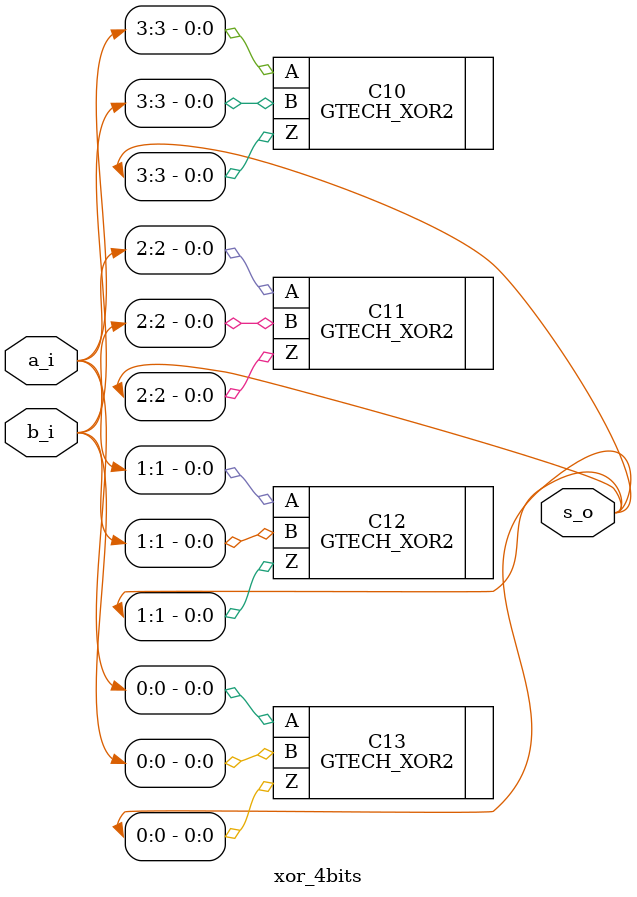
<source format=v>


module xor_4bits ( a_i, b_i, s_o );
  input [3:0] a_i;
  input [3:0] b_i;
  output [3:0] s_o;


  GTECH_XOR2 C10 ( .A(a_i[3]), .B(b_i[3]), .Z(s_o[3]) );
  GTECH_XOR2 C11 ( .A(a_i[2]), .B(b_i[2]), .Z(s_o[2]) );
  GTECH_XOR2 C12 ( .A(a_i[1]), .B(b_i[1]), .Z(s_o[1]) );
  GTECH_XOR2 C13 ( .A(a_i[0]), .B(b_i[0]), .Z(s_o[0]) );
endmodule


</source>
